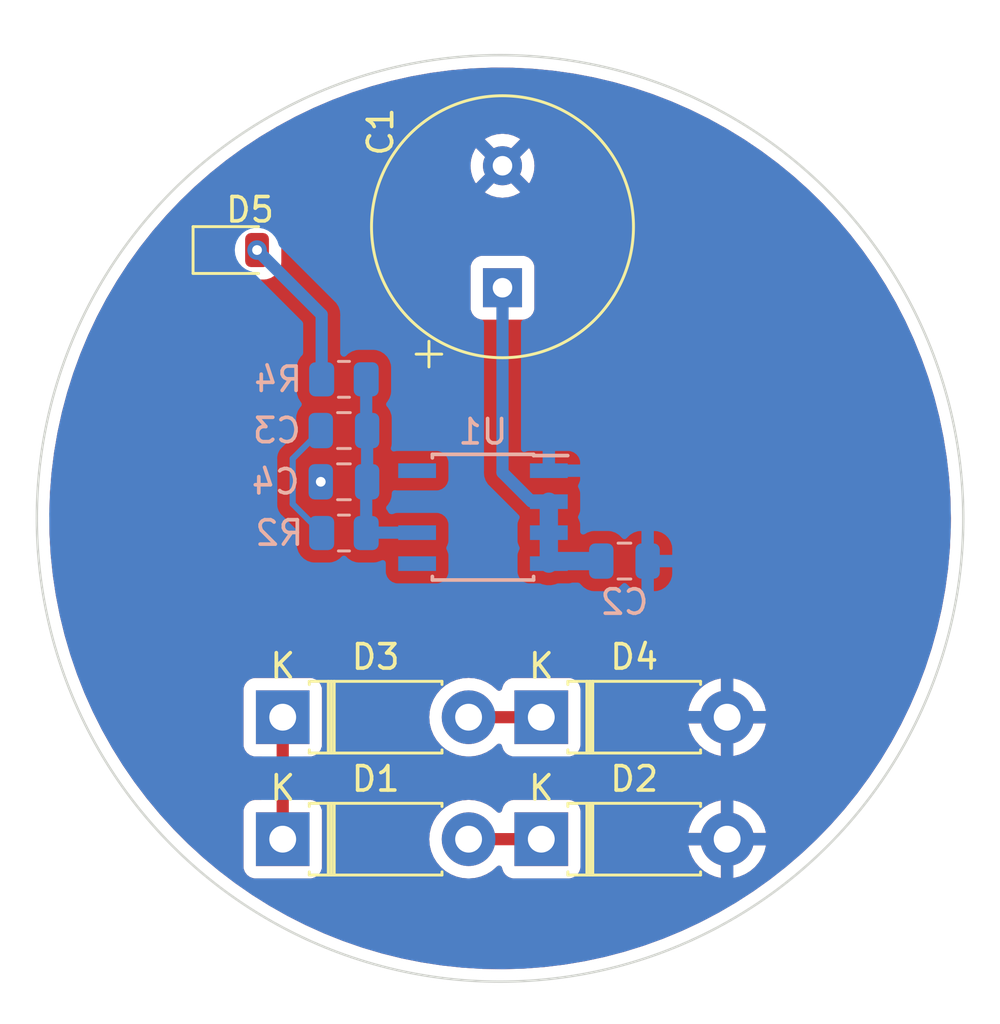
<source format=kicad_pcb>
(kicad_pcb (version 20211014) (generator pcbnew)
  (layers (0 "F.Cu" signal) (31 "B.Cu" signal) (34 "B.Paste" user) (35 "F.Paste" user) (36 "B.SilkS" user "B.Silkscreen") (37 "F.SilkS" user "F.Silkscreen") (38 "B.Mask" user) (39 "F.Mask" user) (44 "Edge.Cuts" user))
  (net 0 "")
  (net 1 "REGIN")
  (net 2 "NEUTRE")
  (net 3 "REGOUT")
  (net 4 "Net-(C3-Pad2)")
  (net 5 "VIN")
  (net 6 "POS")
  (net 7 "MIN")
  (net 8 "Net-(D5-Pad2)")
  (footprint "Diode_THT:D_DO-41_SOD81_P7.62mm_Horizontal" (layer "F.Cu") (at 127.19 62.4)
    (fp_text reference "D2" (at 3.81 -2.47) (layer "F.SilkS"))
    (fp_text value "1N4007RLG")
    (fp_text user "K" (at 0 -2.1) (layer "F.SilkS"))
    (fp_line (start 1.09 -1.47) (end 6.53 -1.47) (layer "F.SilkS") (width 0.12))
    (fp_line (start 1.09 1.47) (end 6.53 1.47) (layer "F.SilkS") (width 0.12))
    (fp_line (start 6.53 -1.47) (end 6.53 -1.34) (layer "F.SilkS") (width 0.12))
    (fp_line (start 1.99 -1.47) (end 1.99 1.47) (layer "F.SilkS") (width 0.12))
    (fp_line (start 2.11 -1.47) (end 2.11 1.47) (layer "F.SilkS") (width 0.12))
    (fp_line (start 1.09 -1.34) (end 1.09 -1.47) (layer "F.SilkS") (width 0.12))
    (fp_line (start 6.53 1.47) (end 6.53 1.34) (layer "F.SilkS") (width 0.12))
    (fp_line (start 1.87 -1.47) (end 1.87 1.47) (layer "F.SilkS") (width 0.12))
    (fp_line (start 1.09 1.34) (end 1.09 1.47) (layer "F.SilkS") (width 0.12))
    (pad "1" thru_hole rect (at 0 0) (size 2.2 2.2) (drill 1.1) (layers *.Cu *.Mask) (net 6 "POS"))
    (pad "2" thru_hole oval (at 7.62 0) (size 2.2 2.2) (drill 1.1) (layers *.Cu *.Mask) (net 2 "NEUTRE"))
  )
  (footprint "Capacitor_THT:CP_Radial_Tantal_D10.5mm_P5.00mm" (layer "F.Cu") (at 125.6 39.79467 90)
    (fp_text reference "C1" (at 6.39467 -5 90) (layer "F.SilkS"))
    (fp_text value "470u")
    (fp_line (start -3.247133 -3.015) (end -2.197133 -3.015) (layer "F.SilkS") (width 0.12))
    (fp_line (start -2.722133 -3.54) (end -2.722133 -2.49) (layer "F.SilkS") (width 0.12))
    (fp_circle (center 2.5 0) (end 7.87 0) (layer "F.SilkS") (width 0.12) (fill none))
    (pad "1" thru_hole rect (at 0 0 90) (size 1.6 1.6) (drill 0.8) (layers *.Cu *.Mask) (net 1 "REGIN"))
    (pad "2" thru_hole circle (at 5 0 90) (size 1.6 1.6) (drill 0.8) (layers *.Cu *.Mask) (net 2 "NEUTRE"))
  )
  (footprint "Diode_THT:D_DO-41_SOD81_P7.62mm_Horizontal" (layer "F.Cu") (at 116.59 57.4)
    (fp_text reference "D3" (at 3.81 -2.47) (layer "F.SilkS"))
    (fp_text value "1N4007RLG")
    (fp_text user "K" (at 0 -2.1) (layer "F.SilkS"))
    (fp_line (start 6.53 -1.47) (end 6.53 -1.34) (layer "F.SilkS") (width 0.12))
    (fp_line (start 6.53 1.47) (end 6.53 1.34) (layer "F.SilkS") (width 0.12))
    (fp_line (start 1.09 1.47) (end 6.53 1.47) (layer "F.SilkS") (width 0.12))
    (fp_line (start 1.87 -1.47) (end 1.87 1.47) (layer "F.SilkS") (width 0.12))
    (fp_line (start 1.99 -1.47) (end 1.99 1.47) (layer "F.SilkS") (width 0.12))
    (fp_line (start 1.09 1.34) (end 1.09 1.47) (layer "F.SilkS") (width 0.12))
    (fp_line (start 2.11 -1.47) (end 2.11 1.47) (layer "F.SilkS") (width 0.12))
    (fp_line (start 1.09 -1.34) (end 1.09 -1.47) (layer "F.SilkS") (width 0.12))
    (fp_line (start 1.09 -1.47) (end 6.53 -1.47) (layer "F.SilkS") (width 0.12))
    (pad "1" thru_hole rect (at 0 0) (size 2.2 2.2) (drill 1.1) (layers *.Cu *.Mask) (net 5 "VIN"))
    (pad "2" thru_hole oval (at 7.62 0) (size 2.2 2.2) (drill 1.1) (layers *.Cu *.Mask) (net 7 "MIN"))
  )
  (footprint "Diode_SMD:D_0805_2012Metric" (layer "F.Cu") (at 114.6 38.25)
    (fp_text reference "D5" (at 0.65 -1.65) (layer "F.SilkS"))
    (fp_text value "LED")
    (fp_line (start -1.685 -0.96) (end -1.685 0.96) (layer "F.SilkS") (width 0.12))
    (fp_line (start -1.685 0.96) (end 1 0.96) (layer "F.SilkS") (width 0.12))
    (fp_line (start 1 -0.96) (end -1.685 -0.96) (layer "F.SilkS") (width 0.12))
    (pad "1" smd roundrect (at -0.9375 0) (size 0.975 1.4) (layers "F.Cu" "F.Paste" "F.Mask") (net 2 "NEUTRE"))
    (pad "2" smd roundrect (at 0.9375 0) (size 0.975 1.4) (layers "F.Cu" "F.Paste" "F.Mask") (net 8 "Net-(D5-Pad2)"))
  )
  (footprint "Diode_THT:D_DO-41_SOD81_P7.62mm_Horizontal" (layer "F.Cu") (at 127.19 57.4)
    (fp_text reference "D4" (at 3.81 -2.47) (layer "F.SilkS"))
    (fp_text value "1N4007RLG")
    (fp_text user "K" (at 0 -2.1) (layer "F.SilkS"))
    (fp_line (start 1.99 -1.47) (end 1.99 1.47) (layer "F.SilkS") (width 0.12))
    (fp_line (start 1.09 -1.34) (end 1.09 -1.47) (layer "F.SilkS") (width 0.12))
    (fp_line (start 1.09 1.34) (end 1.09 1.47) (layer "F.SilkS") (width 0.12))
    (fp_line (start 1.87 -1.47) (end 1.87 1.47) (layer "F.SilkS") (width 0.12))
    (fp_line (start 1.09 -1.47) (end 6.53 -1.47) (layer "F.SilkS") (width 0.12))
    (fp_line (start 6.53 -1.47) (end 6.53 -1.34) (layer "F.SilkS") (width 0.12))
    (fp_line (start 6.53 1.47) (end 6.53 1.34) (layer "F.SilkS") (width 0.12))
    (fp_line (start 2.11 -1.47) (end 2.11 1.47) (layer "F.SilkS") (width 0.12))
    (fp_line (start 1.09 1.47) (end 6.53 1.47) (layer "F.SilkS") (width 0.12))
    (pad "1" thru_hole rect (at 0 0) (size 2.2 2.2) (drill 1.1) (layers *.Cu *.Mask) (net 7 "MIN"))
    (pad "2" thru_hole oval (at 7.62 0) (size 2.2 2.2) (drill 1.1) (layers *.Cu *.Mask) (net 2 "NEUTRE"))
  )
  (footprint "Diode_THT:D_DO-41_SOD81_P7.62mm_Horizontal" (layer "F.Cu") (at 116.59 62.4)
    (fp_text reference "D1" (at 3.81 -2.47) (layer "F.SilkS"))
    (fp_text value "1N4007RLG")
    (fp_text user "K" (at 0 -2.1) (layer "F.SilkS"))
    (fp_line (start 2.11 -1.47) (end 2.11 1.47) (layer "F.SilkS") (width 0.12))
    (fp_line (start 1.09 1.47) (end 6.53 1.47) (layer "F.SilkS") (width 0.12))
    (fp_line (start 6.53 1.47) (end 6.53 1.34) (layer "F.SilkS") (width 0.12))
    (fp_line (start 6.53 -1.47) (end 6.53 -1.34) (layer "F.SilkS") (width 0.12))
    (fp_line (start 1.09 -1.34) (end 1.09 -1.47) (layer "F.SilkS") (width 0.12))
    (fp_line (start 1.09 -1.47) (end 6.53 -1.47) (layer "F.SilkS") (width 0.12))
    (fp_line (start 1.99 -1.47) (end 1.99 1.47) (layer "F.SilkS") (width 0.12))
    (fp_line (start 1.09 1.34) (end 1.09 1.47) (layer "F.SilkS") (width 0.12))
    (fp_line (start 1.87 -1.47) (end 1.87 1.47) (layer "F.SilkS") (width 0.12))
    (pad "1" thru_hole rect (at 0 0) (size 2.2 2.2) (drill 1.1) (layers *.Cu *.Mask) (net 5 "VIN"))
    (pad "2" thru_hole oval (at 7.62 0) (size 2.2 2.2) (drill 1.1) (layers *.Cu *.Mask) (net 6 "POS"))
  )
  (footprint "Package_SO:SOIC-8-N7_3.9x4.9mm_P1.27mm" (layer "B.Cu") (at 124.8 49.2 180)
    (fp_text reference "U1" (at 0 3.5) (layer "B.SilkS") (effects (justify mirror)))
    (fp_text value "NCP3334")
    (fp_line (start -2.075 2.525) (end -3.475 2.525) (layer "B.SilkS") (width 0.15))
    (fp_line (start 2.075 -2.575) (end 2.075 -2.43) (layer "B.SilkS") (width 0.15))
    (fp_line (start -2.075 2.575) (end -2.075 2.525) (layer "B.SilkS") (width 0.15))
    (fp_line (start -2.075 2.575) (end 2.075 2.575) (layer "B.SilkS") (width 0.15))
    (fp_line (start -2.075 -2.575) (end 2.075 -2.575) (layer "B.SilkS") (width 0.15))
    (fp_line (start -2.075 -2.575) (end -2.075 -2.43) (layer "B.SilkS") (width 0.15))
    (fp_line (start 2.075 2.575) (end 2.075 2.43) (layer "B.SilkS") (width 0.15))
    (pad "1" smd rect (at -2.7 1.905 180) (size 1.55 0.6) (layers "B.Cu" "B.Paste" "B.Mask") (net 2 "NEUTRE"))
    (pad "2" smd rect (at -2.7 0.635 180) (size 1.55 0.6) (layers "B.Cu" "B.Paste" "B.Mask") (net 1 "REGIN"))
    (pad "3" smd rect (at -2.7 -0.635 180) (size 1.55 0.6) (layers "B.Cu" "B.Paste" "B.Mask") (net 1 "REGIN"))
    (pad "4" smd rect (at -2.7 -1.905 180) (size 1.55 0.6) (layers "B.Cu" "B.Paste" "B.Mask") (net 1 "REGIN"))
    (pad "5" smd rect (at 2.7 -1.905 180) (size 1.55 0.6) (layers "B.Cu" "B.Paste" "B.Mask") (net 3 "REGOUT"))
    (pad "6" smd rect (at 2.7 -0.635 180) (size 1.55 0.6) (layers "B.Cu" "B.Paste" "B.Mask") (net 3 "REGOUT"))
    (pad "8" smd rect (at 2.7 1.905 180) (size 1.55 0.6) (layers "B.Cu" "B.Paste" "B.Mask"))
  )
  (footprint "Resistor_SMD:R_0805_2012Metric" (layer "B.Cu") (at 119.1 43.55)
    (fp_text reference "R4" (at -2.7 0) (layer "B.SilkS") (effects (justify mirror)))
    (fp_text value "220")
    (fp_line (start -0.227064 -0.735) (end 0.227064 -0.735) (layer "B.SilkS") (width 0.12))
    (fp_line (start -0.227064 0.735) (end 0.227064 0.735) (layer "B.SilkS") (width 0.12))
    (pad "1" smd roundrect (at -0.9125 0) (size 1.025 1.4) (layers "B.Cu" "B.Paste" "B.Mask") (roundrect_rratio 0.243902) (net 8 "Net-(D5-Pad2)"))
    (pad "2" smd roundrect (at 0.9125 0) (size 1.025 1.4) (layers "B.Cu" "B.Paste" "B.Mask") (roundrect_rratio 0.243902) (net 3 "REGOUT"))
  )
  (footprint "Capacitor_SMD:C_0805_2012Metric" (layer "B.Cu") (at 119.1 47.75 180)
    (fp_text reference "C4" (at 2.8 0) (layer "B.SilkS") (effects (justify mirror)))
    (fp_text value "1u")
    (fp_line (start -0.261252 -0.735) (end 0.261252 -0.735) (layer "B.SilkS") (width 0.12))
    (fp_line (start -0.261252 0.735) (end 0.261252 0.735) (layer "B.SilkS") (width 0.12))
    (pad "1" smd roundrect (at -0.95 0 180) (size 1 1.45) (layers "B.Cu" "B.Paste" "B.Mask") (net 3 "REGOUT"))
    (pad "2" smd roundrect (at 0.95 0 180) (size 1 1.45) (layers "B.Cu" "B.Paste" "B.Mask") (net 2 "NEUTRE"))
  )
  (footprint "Capacitor_SMD:C_0805_2012Metric" (layer "B.Cu") (at 119.1 45.65 180)
    (fp_text reference "C3" (at 2.75 0) (layer "B.SilkS") (effects (justify mirror)))
    (fp_text value "68p")
    (fp_line (start -0.261252 -0.735) (end 0.261252 -0.735) (layer "B.SilkS") (width 0.12))
    (fp_line (start -0.261252 0.735) (end 0.261252 0.735) (layer "B.SilkS") (width 0.12))
    (pad "1" smd roundrect (at -0.95 0 180) (size 1 1.45) (layers "B.Cu" "B.Paste" "B.Mask") (net 3 "REGOUT"))
    (pad "2" smd roundrect (at 0.95 0 180) (size 1 1.45) (layers "B.Cu" "B.Paste" "B.Mask") (net 4 "Net-(C3-Pad2)"))
  )
  (footprint "Capacitor_SMD:C_0805_2012Metric" (layer "B.Cu") (at 130.6 51)
    (fp_text reference "C2" (at 0 1.68) (layer "B.SilkS") (effects (justify mirror)))
    (fp_text value "1u")
    (fp_line (start -0.261252 0.735) (end 0.261252 0.735) (layer "B.SilkS") (width 0.12))
    (fp_line (start -0.261252 -0.735) (end 0.261252 -0.735) (layer "B.SilkS") (width 0.12))
    (pad "1" smd roundrect (at -0.95 0) (size 1 1.45) (layers "B.Cu" "B.Paste" "B.Mask") (net 1 "REGIN"))
    (pad "2" smd roundrect (at 0.95 0) (size 1 1.45) (layers "B.Cu" "B.Paste" "B.Mask") (net 2 "NEUTRE"))
  )
  (footprint "Resistor_SMD:R_0805_2012Metric" (layer "B.Cu") (at 119.1 49.85)
    (fp_text reference "R2" (at -2.65 0) (layer "B.SilkS") (effects (justify mirror)))
    (fp_text value "1k")
    (fp_line (start -0.227064 -0.735) (end 0.227064 -0.735) (layer "B.SilkS") (width 0.12))
    (fp_line (start -0.227064 0.735) (end 0.227064 0.735) (layer "B.SilkS") (width 0.12))
    (pad "1" smd roundrect (at -0.9125 0) (size 1.025 1.4) (layers "B.Cu" "B.Paste" "B.Mask") (roundrect_rratio 0.243902) (net 4 "Net-(C3-Pad2)"))
    (pad "2" smd roundrect (at 0.9125 0) (size 1.025 1.4) (layers "B.Cu" "B.Paste" "B.Mask") (roundrect_rratio 0.243902) (net 3 "REGOUT"))
  )
  (gr_circle (center 125.5 49.25) (end 132.25 67) (layer "Edge.Cuts") (width 0.1) (fill none))
  (segment (start 127.5 48.565) (end 127.5 49.835) (width 0.75) (layer "B.Cu") (net 1))
  (segment (start 127.515 48.55) (end 126.78 48.55) (width 0.5) (layer "B.Cu") (net 1))
  (segment (start 129.65 51) (end 127.605 51) (width 0.75) (layer "B.Cu") (net 1))
  (segment (start 127.605 51) (end 127.5 51.105) (width 0.25) (layer "B.Cu") (net 1))
  (segment (start 127.5 49.835) (end 127.5 51.105) (width 0.75) (layer "B.Cu") (net 1))
  (segment (start 125.6 47.37) (end 125.6 39.79467) (width 0.5) (layer "B.Cu") (net 1))
  (segment (start 126.78 48.55) (end 125.6 47.37) (width 0.5) (layer "B.Cu") (net 1))
  (segment (start 127.515 48.55) (end 127.5 48.565) (width 0.25) (layer "B.Cu") (net 1))
  (segment (start 134.81 57.4) (end 134.81 62.4) (width 0.5) (layer "F.Cu") (net 2))
  (via blind (at 118.15 47.75) (size 0.8) (drill 0.4) (layers "F.Cu" "B.Cu") (net 2))
  (segment (start 134.3 57.4) (end 134.81 57.4) (width 0.25) (layer "B.Cu") (net 2))
  (segment (start 120.0125 43.55) (end 120.0125 45.6125) (width 0.5) (layer "B.Cu") (net 3))
  (segment (start 120.0125 47.7875) (end 120.05 47.75) (width 0.25) (layer "B.Cu") (net 3))
  (segment (start 122.1 49.835) (end 120.0275 49.835) (width 0.5) (layer "B.Cu") (net 3))
  (segment (start 120.0275 49.835) (end 120.0125 49.85) (width 0.25) (layer "B.Cu") (net 3))
  (segment (start 120.05 45.65) (end 120.05 47.75) (width 0.5) (layer "B.Cu") (net 3))
  (segment (start 120.0125 45.6125) (end 120.05 45.65) (width 0.25) (layer "B.Cu") (net 3))
  (segment (start 120.0125 49.85) (end 120.0125 47.7875) (width 0.5) (layer "B.Cu") (net 3))
  (segment (start 118.15 45.65) (end 117 46.8) (width 0.25) (layer "B.Cu") (net 4))
  (segment (start 117 48.6625) (end 118.1875 49.85) (width 0.25) (layer "B.Cu") (net 4))
  (segment (start 117 46.8) (end 117 48.6625) (width 0.25) (layer "B.Cu") (net 4))
  (segment (start 116.59 62.4) (end 116.59 57.4) (width 0.5) (layer "F.Cu") (net 5))
  (segment (start 127.19 62.4) (end 124.21 62.4) (width 0.5) (layer "F.Cu") (net 6))
  (segment (start 124.21 57.4) (end 127.19 57.4) (width 0.5) (layer "F.Cu") (net 7))
  (via (at 115.5375 38.25) (size 0.8) (drill 0.4) (layers "F.Cu" "B.Cu") (net 8))
  (segment (start 118.1875 43.55) (end 118.1875 40.9) (width 0.5) (layer "B.Cu") (net 8))
  (segment (start 118.1875 40.9) (end 115.5375 38.25) (width 0.5) (layer "B.Cu") (net 8))
  (zone (net 2) (net_name "NEUTRE") (layer "F.Cu") (connect_pads (clearance 0.508)) (min_thickness 0.254) (fill yes (thermal_gap 0.508) (thermal_bridge_width 0.508))
    (polygon (pts (xy 145 69) (xy 106 69) (xy 106 29) (xy 145 29)))
  )
  (zone (net 2) (net_name "NEUTRE") (layer "B.Cu") (connect_pads (clearance 0.508)) (min_thickness 0.254) (fill yes (thermal_gap 0.508) (thermal_bridge_width 0.508))
    (polygon (pts (xy 146 70) (xy 105 70) (xy 105 28) (xy 146 28)))
  )
)
</source>
